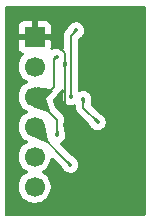
<source format=gbr>
%TF.GenerationSoftware,KiCad,Pcbnew,9.0.0*%
%TF.CreationDate,2025-09-15T17:26:31+09:00*%
%TF.ProjectId,ICS,4943532e-6b69-4636-9164-5f7063625858,rev?*%
%TF.SameCoordinates,Original*%
%TF.FileFunction,Copper,L2,Bot*%
%TF.FilePolarity,Positive*%
%FSLAX46Y46*%
G04 Gerber Fmt 4.6, Leading zero omitted, Abs format (unit mm)*
G04 Created by KiCad (PCBNEW 9.0.0) date 2025-09-15 17:26:31*
%MOMM*%
%LPD*%
G01*
G04 APERTURE LIST*
%TA.AperFunction,ComponentPad*%
%ADD10R,1.700000X1.700000*%
%TD*%
%TA.AperFunction,ComponentPad*%
%ADD11C,1.700000*%
%TD*%
%TA.AperFunction,ViaPad*%
%ADD12C,0.350000*%
%TD*%
%TA.AperFunction,Conductor*%
%ADD13C,0.200000*%
%TD*%
G04 APERTURE END LIST*
D10*
%TO.P,J2,1,Pin_1*%
%TO.N,GND*%
X118680000Y-87590000D03*
D11*
%TO.P,J2,2,Pin_2*%
%TO.N,Net-(J2-Pin_2)*%
X118680000Y-90130000D03*
%TO.P,J2,3,Pin_3*%
%TO.N,+5V*%
X118680000Y-92670000D03*
%TO.P,J2,4,Pin_4*%
%TO.N,Net-(J2-Pin_4)*%
X118680000Y-95210000D03*
%TO.P,J2,5,Pin_5*%
%TO.N,Net-(J2-Pin_5)*%
X118680000Y-97750000D03*
%TO.P,J2,6,Pin_6*%
%TO.N,Net-(J2-Pin_6)*%
X118680000Y-100290000D03*
%TD*%
D12*
%TO.N,+5V*%
X120580000Y-89260000D03*
X120605876Y-95920000D03*
%TO.N,Net-(U1-Y)*%
X121740000Y-92700000D03*
X122200000Y-87050000D03*
%TO.N,Net-(J2-Pin_2)*%
X122807500Y-92830000D03*
X124005876Y-94805876D03*
%TO.N,Net-(J2-Pin_4)*%
X121700000Y-98420000D03*
%TO.N,GND*%
X122000000Y-102500000D03*
X124670000Y-97190000D03*
X126710000Y-95400000D03*
X126290000Y-86670000D03*
X124460000Y-88050000D03*
X124180000Y-93630000D03*
X126220000Y-88350000D03*
X126770000Y-90370000D03*
X123130000Y-99570000D03*
X117950000Y-93940000D03*
X125190000Y-92360000D03*
X124810000Y-100140000D03*
X123930000Y-89640000D03*
X122880000Y-87560000D03*
X127590000Y-85420000D03*
X125730000Y-96270000D03*
X117910000Y-96500000D03*
X116470000Y-102460000D03*
X117920000Y-99020000D03*
X121240000Y-89910000D03*
X127920000Y-98710000D03*
X123670000Y-92150000D03*
X127860000Y-88060000D03*
X121240000Y-95100000D03*
X127900000Y-102480000D03*
X117970000Y-91410000D03*
X126280000Y-98420000D03*
X125530000Y-89190000D03*
%TD*%
D13*
%TO.N,+5V*%
X120605876Y-95920000D02*
X120605876Y-94595876D01*
X119540000Y-92670000D02*
X120330000Y-91880000D01*
X120605876Y-94595876D02*
X118680000Y-92670000D01*
X120330000Y-89510000D02*
X120580000Y-89260000D01*
X120330000Y-91880000D02*
X120330000Y-89510000D01*
X118680000Y-92670000D02*
X119540000Y-92670000D01*
%TO.N,Net-(U1-Y)*%
X121730000Y-92690000D02*
X121740000Y-92700000D01*
X121730000Y-87520000D02*
X121730000Y-92690000D01*
X121730000Y-87520000D02*
X122200000Y-87050000D01*
%TO.N,Net-(J2-Pin_2)*%
X122810000Y-93360000D02*
X122810000Y-93610000D01*
X122807500Y-93357500D02*
X122810000Y-93360000D01*
X122807500Y-92830000D02*
X122807500Y-93357500D01*
X122810000Y-93610000D02*
X124005876Y-94805876D01*
%TO.N,Net-(J2-Pin_4)*%
X118680000Y-95400000D02*
X118680000Y-95210000D01*
X121700000Y-98420000D02*
X118680000Y-95400000D01*
%TO.N,GND*%
X121240000Y-89910000D02*
X121240000Y-95100000D01*
X119840000Y-87590000D02*
X120750000Y-88500000D01*
X120750000Y-88500000D02*
X121240000Y-88990000D01*
X118680000Y-87590000D02*
X119840000Y-87590000D01*
X121240000Y-88990000D02*
X121240000Y-89910000D01*
%TD*%
%TA.AperFunction,Conductor*%
%TO.N,GND*%
G36*
X128062539Y-85030185D02*
G01*
X128108294Y-85082989D01*
X128119500Y-85134500D01*
X128119500Y-102595500D01*
X128099815Y-102662539D01*
X128047011Y-102708294D01*
X127995500Y-102719500D01*
X116274500Y-102719500D01*
X116207461Y-102699815D01*
X116161706Y-102647011D01*
X116150500Y-102595500D01*
X116150500Y-90023713D01*
X117329500Y-90023713D01*
X117329500Y-90236286D01*
X117362753Y-90446239D01*
X117428444Y-90648414D01*
X117524951Y-90837820D01*
X117649890Y-91009786D01*
X117800213Y-91160109D01*
X117972182Y-91285050D01*
X117980946Y-91289516D01*
X118031742Y-91337491D01*
X118048536Y-91405312D01*
X118025998Y-91471447D01*
X117980946Y-91510484D01*
X117972182Y-91514949D01*
X117800213Y-91639890D01*
X117649890Y-91790213D01*
X117524951Y-91962179D01*
X117428444Y-92151585D01*
X117362753Y-92353760D01*
X117329500Y-92563713D01*
X117329500Y-92776286D01*
X117362217Y-92982857D01*
X117362754Y-92986243D01*
X117373712Y-93019969D01*
X117428444Y-93188414D01*
X117524951Y-93377820D01*
X117649890Y-93549786D01*
X117800213Y-93700109D01*
X117972182Y-93825050D01*
X117980946Y-93829516D01*
X118031742Y-93877491D01*
X118048536Y-93945312D01*
X118025998Y-94011447D01*
X117980946Y-94050484D01*
X117972182Y-94054949D01*
X117800213Y-94179890D01*
X117649890Y-94330213D01*
X117524951Y-94502179D01*
X117428444Y-94691585D01*
X117362753Y-94893760D01*
X117357254Y-94928481D01*
X117329500Y-95103713D01*
X117329500Y-95316287D01*
X117331763Y-95330574D01*
X117355647Y-95481376D01*
X117362754Y-95526243D01*
X117426672Y-95722962D01*
X117428444Y-95728414D01*
X117524951Y-95917820D01*
X117649890Y-96089786D01*
X117800211Y-96240107D01*
X117859719Y-96283341D01*
X117895798Y-96309554D01*
X117896915Y-96310591D01*
X117898958Y-96311849D01*
X117972184Y-96365051D01*
X117972186Y-96365052D01*
X117980946Y-96369516D01*
X118031742Y-96417491D01*
X118048536Y-96485312D01*
X118025998Y-96551447D01*
X117980946Y-96590484D01*
X117972182Y-96594949D01*
X117800213Y-96719890D01*
X117649890Y-96870213D01*
X117524951Y-97042179D01*
X117428444Y-97231585D01*
X117362753Y-97433760D01*
X117337776Y-97591458D01*
X117329500Y-97643713D01*
X117329500Y-97856287D01*
X117330901Y-97865130D01*
X117350581Y-97989390D01*
X117362754Y-98066243D01*
X117413674Y-98222959D01*
X117428444Y-98268414D01*
X117524951Y-98457820D01*
X117649890Y-98629786D01*
X117800213Y-98780109D01*
X117972182Y-98905050D01*
X117980946Y-98909516D01*
X118031742Y-98957491D01*
X118048536Y-99025312D01*
X118025998Y-99091447D01*
X117980946Y-99130484D01*
X117972182Y-99134949D01*
X117800213Y-99259890D01*
X117649890Y-99410213D01*
X117524951Y-99582179D01*
X117428444Y-99771585D01*
X117362753Y-99973760D01*
X117329500Y-100183713D01*
X117329500Y-100396286D01*
X117362753Y-100606239D01*
X117428444Y-100808414D01*
X117524951Y-100997820D01*
X117649890Y-101169786D01*
X117800213Y-101320109D01*
X117972179Y-101445048D01*
X117972181Y-101445049D01*
X117972184Y-101445051D01*
X118161588Y-101541557D01*
X118363757Y-101607246D01*
X118573713Y-101640500D01*
X118573714Y-101640500D01*
X118786286Y-101640500D01*
X118786287Y-101640500D01*
X118996243Y-101607246D01*
X119198412Y-101541557D01*
X119387816Y-101445051D01*
X119409789Y-101429086D01*
X119559786Y-101320109D01*
X119559788Y-101320106D01*
X119559792Y-101320104D01*
X119710104Y-101169792D01*
X119710106Y-101169788D01*
X119710109Y-101169786D01*
X119835048Y-100997820D01*
X119835047Y-100997820D01*
X119835051Y-100997816D01*
X119931557Y-100808412D01*
X119997246Y-100606243D01*
X120030500Y-100396287D01*
X120030500Y-100183713D01*
X119997246Y-99973757D01*
X119931557Y-99771588D01*
X119835051Y-99582184D01*
X119835049Y-99582181D01*
X119835048Y-99582179D01*
X119710109Y-99410213D01*
X119559786Y-99259890D01*
X119387820Y-99134951D01*
X119387115Y-99134591D01*
X119379054Y-99130485D01*
X119328259Y-99082512D01*
X119311463Y-99014692D01*
X119333999Y-98948556D01*
X119379054Y-98909515D01*
X119387816Y-98905051D01*
X119462754Y-98850606D01*
X119559786Y-98780109D01*
X119559788Y-98780106D01*
X119559792Y-98780104D01*
X119710104Y-98629792D01*
X119710106Y-98629788D01*
X119710109Y-98629786D01*
X119835048Y-98457820D01*
X119835047Y-98457820D01*
X119835051Y-98457816D01*
X119931557Y-98268412D01*
X119997246Y-98066243D01*
X120027507Y-97875178D01*
X120057436Y-97812045D01*
X120116747Y-97775113D01*
X120186610Y-97776111D01*
X120237661Y-97806896D01*
X120964484Y-98533719D01*
X120981859Y-98555528D01*
X121119822Y-98775559D01*
X121123363Y-98781128D01*
X121123478Y-98781306D01*
X121123482Y-98781311D01*
X121158596Y-98829298D01*
X121158600Y-98829301D01*
X121162244Y-98833353D01*
X121173157Y-98847392D01*
X121175303Y-98850604D01*
X121175307Y-98850609D01*
X121269390Y-98944692D01*
X121269398Y-98944698D01*
X121380020Y-99018613D01*
X121380023Y-99018614D01*
X121380031Y-99018620D01*
X121380037Y-99018622D01*
X121380038Y-99018623D01*
X121396187Y-99025312D01*
X121502964Y-99069540D01*
X121502968Y-99069540D01*
X121502969Y-99069541D01*
X121633466Y-99095500D01*
X121633469Y-99095500D01*
X121766533Y-99095500D01*
X121854325Y-99078035D01*
X121897036Y-99069540D01*
X122019969Y-99018620D01*
X122130606Y-98944695D01*
X122224695Y-98850606D01*
X122298620Y-98739969D01*
X122349540Y-98617036D01*
X122364140Y-98543641D01*
X122375500Y-98486533D01*
X122375500Y-98353466D01*
X122349541Y-98222969D01*
X122349540Y-98222968D01*
X122349540Y-98222964D01*
X122298620Y-98100031D01*
X122276040Y-98066238D01*
X122224698Y-97989398D01*
X122224692Y-97989390D01*
X122130608Y-97895306D01*
X122091318Y-97869054D01*
X122080056Y-97860564D01*
X122055612Y-97839856D01*
X121835524Y-97701857D01*
X121813719Y-97684484D01*
X120860500Y-96731265D01*
X120827015Y-96669942D01*
X120831999Y-96600250D01*
X120873871Y-96544317D01*
X120900724Y-96529025D01*
X120925845Y-96518620D01*
X121036482Y-96444695D01*
X121130571Y-96350606D01*
X121204496Y-96239969D01*
X121255416Y-96117036D01*
X121281376Y-95986531D01*
X121281376Y-95853469D01*
X121281376Y-95853466D01*
X121255417Y-95722970D01*
X121255416Y-95722964D01*
X121215815Y-95627357D01*
X121206376Y-95579905D01*
X121206376Y-94684935D01*
X121206377Y-94684922D01*
X121206377Y-94516821D01*
X121206377Y-94516819D01*
X121165453Y-94364091D01*
X121118967Y-94283575D01*
X121086396Y-94227160D01*
X120974592Y-94115356D01*
X120974591Y-94115355D01*
X120970261Y-94111025D01*
X120970250Y-94111015D01*
X120407446Y-93548211D01*
X120377464Y-93499662D01*
X120341868Y-93392631D01*
X120217155Y-93017641D01*
X120214678Y-92947818D01*
X120238909Y-92899916D01*
X120577389Y-92486907D01*
X120589726Y-92470934D01*
X120600163Y-92459070D01*
X120810520Y-92248716D01*
X120819666Y-92232875D01*
X120889575Y-92111788D01*
X120890938Y-92108498D01*
X120892831Y-92106148D01*
X120893641Y-92104746D01*
X120893859Y-92104872D01*
X120898010Y-92099721D01*
X120901185Y-92088909D01*
X120919537Y-92073006D01*
X120934778Y-92054093D01*
X120945473Y-92050533D01*
X120953989Y-92043154D01*
X120978026Y-92039697D01*
X121001072Y-92032027D01*
X121011991Y-92034813D01*
X121023147Y-92033210D01*
X121045239Y-92043299D01*
X121068771Y-92049305D01*
X121076450Y-92057552D01*
X121086703Y-92062235D01*
X121099833Y-92082666D01*
X121116383Y-92100441D01*
X121119364Y-92113057D01*
X121124477Y-92121013D01*
X121129500Y-92155948D01*
X121129500Y-92266522D01*
X121127156Y-92290518D01*
X121074666Y-92556634D01*
X121074664Y-92556642D01*
X121067208Y-92608455D01*
X121066959Y-92613909D01*
X121064709Y-92632416D01*
X121064500Y-92633469D01*
X121064500Y-92766531D01*
X121064500Y-92766533D01*
X121064499Y-92766533D01*
X121090458Y-92897030D01*
X121090461Y-92897040D01*
X121141376Y-93019961D01*
X121141386Y-93019979D01*
X121215301Y-93130601D01*
X121215307Y-93130609D01*
X121309390Y-93224692D01*
X121309398Y-93224698D01*
X121420020Y-93298613D01*
X121420023Y-93298614D01*
X121420031Y-93298620D01*
X121420037Y-93298622D01*
X121420038Y-93298623D01*
X121444453Y-93308736D01*
X121542964Y-93349540D01*
X121542968Y-93349540D01*
X121542969Y-93349541D01*
X121673466Y-93375500D01*
X121673469Y-93375500D01*
X121806533Y-93375500D01*
X121897171Y-93357470D01*
X121937036Y-93349540D01*
X122022254Y-93314242D01*
X122035547Y-93308736D01*
X122064367Y-93305637D01*
X122092739Y-93299680D01*
X122098686Y-93301947D01*
X122105016Y-93301267D01*
X122130937Y-93314242D01*
X122158025Y-93324569D01*
X122161803Y-93329692D01*
X122167495Y-93332542D01*
X122182285Y-93357470D01*
X122199491Y-93380804D01*
X122200916Y-93388871D01*
X122203147Y-93392631D01*
X122206744Y-93415345D01*
X122206999Y-93419313D01*
X122206999Y-93436557D01*
X122208456Y-93441996D01*
X122209245Y-93454264D01*
X122208745Y-93456484D01*
X122209500Y-93462216D01*
X122209500Y-93523330D01*
X122209499Y-93523348D01*
X122209499Y-93689054D01*
X122209498Y-93689054D01*
X122209499Y-93689057D01*
X122250423Y-93841785D01*
X122260651Y-93859500D01*
X122329477Y-93978712D01*
X122329481Y-93978717D01*
X122448349Y-94097585D01*
X122448355Y-94097590D01*
X123270360Y-94919595D01*
X123287735Y-94941404D01*
X123425698Y-95161435D01*
X123429239Y-95167004D01*
X123429354Y-95167182D01*
X123429358Y-95167187D01*
X123464472Y-95215174D01*
X123464476Y-95215177D01*
X123468120Y-95219229D01*
X123479033Y-95233268D01*
X123481179Y-95236480D01*
X123481183Y-95236485D01*
X123575266Y-95330568D01*
X123575274Y-95330574D01*
X123685896Y-95404489D01*
X123685899Y-95404490D01*
X123685907Y-95404496D01*
X123808840Y-95455416D01*
X123808844Y-95455416D01*
X123808845Y-95455417D01*
X123939342Y-95481376D01*
X123939345Y-95481376D01*
X124072409Y-95481376D01*
X124160201Y-95463911D01*
X124202912Y-95455416D01*
X124325845Y-95404496D01*
X124436482Y-95330571D01*
X124530571Y-95236482D01*
X124604496Y-95125845D01*
X124655416Y-95002912D01*
X124670222Y-94928481D01*
X124681376Y-94872409D01*
X124681376Y-94739342D01*
X124655417Y-94608845D01*
X124655416Y-94608844D01*
X124655416Y-94608840D01*
X124604496Y-94485907D01*
X124530571Y-94375270D01*
X124530568Y-94375266D01*
X124436484Y-94281182D01*
X124397194Y-94254930D01*
X124385932Y-94246440D01*
X124361488Y-94225732D01*
X124288377Y-94179890D01*
X124141400Y-94087733D01*
X124119595Y-94070360D01*
X123446820Y-93397585D01*
X123432843Y-93371988D01*
X123416455Y-93347865D01*
X123415159Y-93339602D01*
X123413335Y-93336262D01*
X123410541Y-93313070D01*
X123410501Y-93311503D01*
X123410501Y-93280943D01*
X123409638Y-93277723D01*
X123409366Y-93267060D01*
X123411356Y-93259580D01*
X123412461Y-93236187D01*
X123415095Y-93224698D01*
X123469180Y-92988764D01*
X123470439Y-92983120D01*
X123470497Y-92982853D01*
X123479746Y-92923416D01*
X123479745Y-92923405D01*
X123480038Y-92917922D01*
X123482248Y-92900308D01*
X123482899Y-92897040D01*
X123483000Y-92896531D01*
X123483000Y-92763469D01*
X123483000Y-92763466D01*
X123457041Y-92632969D01*
X123457040Y-92632968D01*
X123457040Y-92632964D01*
X123406120Y-92510031D01*
X123332195Y-92399394D01*
X123332192Y-92399390D01*
X123238109Y-92305307D01*
X123238101Y-92305301D01*
X123127479Y-92231386D01*
X123127472Y-92231382D01*
X123127469Y-92231380D01*
X123127465Y-92231378D01*
X123127461Y-92231376D01*
X123004540Y-92180461D01*
X123004530Y-92180458D01*
X122874033Y-92154500D01*
X122874031Y-92154500D01*
X122740969Y-92154500D01*
X122740967Y-92154500D01*
X122610469Y-92180458D01*
X122610459Y-92180461D01*
X122501952Y-92225406D01*
X122432483Y-92232875D01*
X122370004Y-92201599D01*
X122334352Y-92141510D01*
X122330500Y-92110845D01*
X122330500Y-87839900D01*
X122350185Y-87772861D01*
X122388625Y-87734846D01*
X122555612Y-87630143D01*
X122561080Y-87626666D01*
X122561311Y-87626517D01*
X122609298Y-87591403D01*
X122609310Y-87591389D01*
X122613341Y-87587765D01*
X122627390Y-87576844D01*
X122628182Y-87576314D01*
X122630606Y-87574695D01*
X122630607Y-87574693D01*
X122630609Y-87574693D01*
X122724692Y-87480609D01*
X122724695Y-87480606D01*
X122798620Y-87369969D01*
X122849540Y-87247036D01*
X122868587Y-87151284D01*
X122875500Y-87116533D01*
X122875500Y-86983466D01*
X122849541Y-86852969D01*
X122849540Y-86852968D01*
X122849540Y-86852964D01*
X122798620Y-86730031D01*
X122774806Y-86694391D01*
X122724698Y-86619398D01*
X122724692Y-86619390D01*
X122630609Y-86525307D01*
X122630601Y-86525301D01*
X122519979Y-86451386D01*
X122519972Y-86451382D01*
X122519969Y-86451380D01*
X122519965Y-86451378D01*
X122519961Y-86451376D01*
X122397040Y-86400461D01*
X122397030Y-86400458D01*
X122266533Y-86374500D01*
X122266531Y-86374500D01*
X122133469Y-86374500D01*
X122133467Y-86374500D01*
X122002969Y-86400458D01*
X122002959Y-86400461D01*
X121880038Y-86451376D01*
X121880020Y-86451386D01*
X121769398Y-86525301D01*
X121675302Y-86619397D01*
X121649055Y-86658677D01*
X121640572Y-86669930D01*
X121619862Y-86694378D01*
X121619853Y-86694391D01*
X121481854Y-86914476D01*
X121464480Y-86936284D01*
X121361286Y-87039478D01*
X121361285Y-87039478D01*
X121361284Y-87039479D01*
X121249481Y-87151282D01*
X121249479Y-87151285D01*
X121199361Y-87238094D01*
X121199359Y-87238096D01*
X121170425Y-87288209D01*
X121170424Y-87288210D01*
X121170423Y-87288215D01*
X121129499Y-87440943D01*
X121129499Y-87440945D01*
X121129499Y-87609046D01*
X121129500Y-87609059D01*
X121129500Y-88582759D01*
X121109815Y-88649798D01*
X121057011Y-88695553D01*
X120987853Y-88705497D01*
X120936611Y-88685862D01*
X120899977Y-88661385D01*
X120899972Y-88661382D01*
X120899969Y-88661380D01*
X120899965Y-88661378D01*
X120899961Y-88661376D01*
X120777040Y-88610461D01*
X120777030Y-88610458D01*
X120646533Y-88584500D01*
X120646531Y-88584500D01*
X120513469Y-88584500D01*
X120513467Y-88584500D01*
X120382969Y-88610458D01*
X120382959Y-88610461D01*
X120260038Y-88661376D01*
X120260027Y-88661382D01*
X120207733Y-88696324D01*
X120141055Y-88717201D01*
X120073675Y-88698716D01*
X120026986Y-88646737D01*
X120015810Y-88577766D01*
X120022662Y-88549885D01*
X120023597Y-88547377D01*
X120023598Y-88547372D01*
X120029999Y-88487844D01*
X120030000Y-88487827D01*
X120030000Y-87840000D01*
X119113012Y-87840000D01*
X119145925Y-87782993D01*
X119180000Y-87655826D01*
X119180000Y-87524174D01*
X119145925Y-87397007D01*
X119113012Y-87340000D01*
X120030000Y-87340000D01*
X120030000Y-86692172D01*
X120029999Y-86692155D01*
X120023598Y-86632627D01*
X120023596Y-86632620D01*
X119973354Y-86497913D01*
X119973350Y-86497906D01*
X119887190Y-86382812D01*
X119887187Y-86382809D01*
X119772093Y-86296649D01*
X119772086Y-86296645D01*
X119637379Y-86246403D01*
X119637372Y-86246401D01*
X119577844Y-86240000D01*
X118930000Y-86240000D01*
X118930000Y-87156988D01*
X118872993Y-87124075D01*
X118745826Y-87090000D01*
X118614174Y-87090000D01*
X118487007Y-87124075D01*
X118430000Y-87156988D01*
X118430000Y-86240000D01*
X117782155Y-86240000D01*
X117722627Y-86246401D01*
X117722620Y-86246403D01*
X117587913Y-86296645D01*
X117587906Y-86296649D01*
X117472812Y-86382809D01*
X117472809Y-86382812D01*
X117386649Y-86497906D01*
X117386645Y-86497913D01*
X117336403Y-86632620D01*
X117336401Y-86632627D01*
X117330000Y-86692155D01*
X117330000Y-87340000D01*
X118246988Y-87340000D01*
X118214075Y-87397007D01*
X118180000Y-87524174D01*
X118180000Y-87655826D01*
X118214075Y-87782993D01*
X118246988Y-87840000D01*
X117330000Y-87840000D01*
X117330000Y-88487844D01*
X117336401Y-88547372D01*
X117336403Y-88547379D01*
X117386645Y-88682086D01*
X117386649Y-88682093D01*
X117472809Y-88797187D01*
X117472812Y-88797190D01*
X117587906Y-88883350D01*
X117587913Y-88883354D01*
X117719470Y-88932422D01*
X117775404Y-88974293D01*
X117799821Y-89039758D01*
X117784969Y-89108031D01*
X117763819Y-89136285D01*
X117649889Y-89250215D01*
X117524951Y-89422179D01*
X117428444Y-89611585D01*
X117362753Y-89813760D01*
X117329500Y-90023713D01*
X116150500Y-90023713D01*
X116150500Y-85134500D01*
X116170185Y-85067461D01*
X116222989Y-85021706D01*
X116274500Y-85010500D01*
X127995500Y-85010500D01*
X128062539Y-85030185D01*
G37*
%TD.AperFunction*%
%TD*%
%TA.AperFunction,Conductor*%
%TO.N,Net-(J2-Pin_2)*%
G36*
X122707500Y-93176637D02*
G01*
X122907500Y-93176637D01*
X122979137Y-92864141D01*
X122807500Y-92829000D01*
X122635863Y-92864141D01*
X122707500Y-93176637D01*
G37*
%TD.AperFunction*%
%TD*%
%TA.AperFunction,Conductor*%
%TO.N,GND*%
G36*
X121140000Y-90256637D02*
G01*
X121340000Y-90256637D01*
X121411637Y-89944141D01*
X121240000Y-89909000D01*
X121068363Y-89944141D01*
X121140000Y-90256637D01*
G37*
%TD.AperFunction*%
%TD*%
%TA.AperFunction,Conductor*%
%TO.N,Net-(U1-Y)*%
G36*
X121830000Y-92353363D02*
G01*
X121630000Y-92353363D01*
X121568363Y-92665859D01*
X121740000Y-92701000D01*
X121911637Y-92665859D01*
X121830000Y-92353363D01*
G37*
%TD.AperFunction*%
%TD*%
%TA.AperFunction,Conductor*%
%TO.N,Net-(U1-Y)*%
G36*
X121884180Y-87224399D02*
G01*
X122025601Y-87365820D01*
X122297225Y-87195507D01*
X122200707Y-87049293D01*
X122054493Y-86952775D01*
X121884180Y-87224399D01*
G37*
%TD.AperFunction*%
%TD*%
%TA.AperFunction,Conductor*%
%TO.N,+5V*%
G36*
X120264180Y-89434399D02*
G01*
X120405601Y-89575820D01*
X120677225Y-89405507D01*
X120580707Y-89259293D01*
X120434493Y-89162775D01*
X120264180Y-89434399D01*
G37*
%TD.AperFunction*%
%TD*%
%TA.AperFunction,Conductor*%
%TO.N,+5V*%
G36*
X120193131Y-92158291D02*
G01*
X120051709Y-92016869D01*
X118845827Y-91836333D01*
X118679293Y-92670707D01*
X119386749Y-93142235D01*
X120193131Y-92158291D01*
G37*
%TD.AperFunction*%
%TD*%
%TA.AperFunction,Conductor*%
%TO.N,+5V*%
G36*
X119799822Y-93931243D02*
G01*
X119941243Y-93789822D01*
X119513667Y-92504173D01*
X118679293Y-92669293D01*
X118514173Y-93503667D01*
X119799822Y-93931243D01*
G37*
%TD.AperFunction*%
%TD*%
%TA.AperFunction,Conductor*%
%TO.N,Net-(J2-Pin_4)*%
G36*
X121525601Y-98104180D02*
G01*
X121384180Y-98245601D01*
X121554493Y-98517225D01*
X121700707Y-98420707D01*
X121797225Y-98274493D01*
X121525601Y-98104180D01*
G37*
%TD.AperFunction*%
%TD*%
%TA.AperFunction,Conductor*%
%TO.N,+5V*%
G36*
X120705876Y-95573363D02*
G01*
X120505876Y-95573363D01*
X120434239Y-95885859D01*
X120605876Y-95921000D01*
X120777513Y-95885859D01*
X120705876Y-95573363D01*
G37*
%TD.AperFunction*%
%TD*%
%TA.AperFunction,Conductor*%
%TO.N,Net-(J2-Pin_2)*%
G36*
X123831477Y-94490056D02*
G01*
X123690056Y-94631477D01*
X123860369Y-94903101D01*
X124006583Y-94806583D01*
X124103101Y-94660369D01*
X123831477Y-94490056D01*
G37*
%TD.AperFunction*%
%TD*%
%TA.AperFunction,Conductor*%
%TO.N,GND*%
G36*
X121340000Y-89563363D02*
G01*
X121140000Y-89563363D01*
X121068363Y-89875859D01*
X121240000Y-89911000D01*
X121411637Y-89875859D01*
X121340000Y-89563363D01*
G37*
%TD.AperFunction*%
%TD*%
%TA.AperFunction,Conductor*%
%TO.N,Net-(J2-Pin_4)*%
G36*
X119704822Y-96566243D02*
G01*
X119846243Y-96424822D01*
X119513667Y-95044173D01*
X118679293Y-95209293D01*
X118207765Y-95916749D01*
X119704822Y-96566243D01*
G37*
%TD.AperFunction*%
%TD*%
%TA.AperFunction,Conductor*%
%TO.N,GND*%
G36*
X121340000Y-94753363D02*
G01*
X121140000Y-94753363D01*
X121068363Y-95065859D01*
X121240000Y-95101000D01*
X121411637Y-95065859D01*
X121340000Y-94753363D01*
G37*
%TD.AperFunction*%
%TD*%
M02*

</source>
